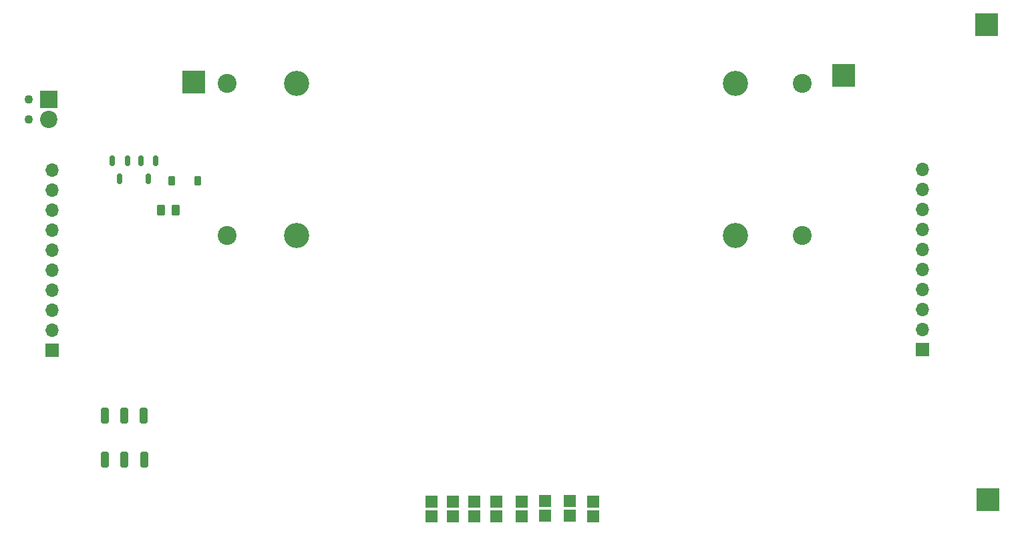
<source format=gbr>
%TF.GenerationSoftware,KiCad,Pcbnew,(7.0.0)*%
%TF.CreationDate,2023-03-03T13:32:30+01:00*%
%TF.ProjectId,Solar Cell offgrid Power,536f6c61-7220-4436-956c-6c206f666667,rev?*%
%TF.SameCoordinates,Original*%
%TF.FileFunction,Soldermask,Top*%
%TF.FilePolarity,Negative*%
%FSLAX46Y46*%
G04 Gerber Fmt 4.6, Leading zero omitted, Abs format (unit mm)*
G04 Created by KiCad (PCBNEW (7.0.0)) date 2023-03-03 13:32:30*
%MOMM*%
%LPD*%
G01*
G04 APERTURE LIST*
G04 Aperture macros list*
%AMRoundRect*
0 Rectangle with rounded corners*
0 $1 Rounding radius*
0 $2 $3 $4 $5 $6 $7 $8 $9 X,Y pos of 4 corners*
0 Add a 4 corners polygon primitive as box body*
4,1,4,$2,$3,$4,$5,$6,$7,$8,$9,$2,$3,0*
0 Add four circle primitives for the rounded corners*
1,1,$1+$1,$2,$3*
1,1,$1+$1,$4,$5*
1,1,$1+$1,$6,$7*
1,1,$1+$1,$8,$9*
0 Add four rect primitives between the rounded corners*
20,1,$1+$1,$2,$3,$4,$5,0*
20,1,$1+$1,$4,$5,$6,$7,0*
20,1,$1+$1,$6,$7,$8,$9,0*
20,1,$1+$1,$8,$9,$2,$3,0*%
G04 Aperture macros list end*
%ADD10RoundRect,0.250000X-0.262500X-0.450000X0.262500X-0.450000X0.262500X0.450000X-0.262500X0.450000X0*%
%ADD11RoundRect,0.150000X-0.150000X0.512500X-0.150000X-0.512500X0.150000X-0.512500X0.150000X0.512500X0*%
%ADD12R,3.000000X3.000000*%
%ADD13R,1.700000X1.700000*%
%ADD14O,1.700000X1.700000*%
%ADD15R,1.500000X1.500000*%
%ADD16RoundRect,0.250000X-0.250000X-0.750000X0.250000X-0.750000X0.250000X0.750000X-0.250000X0.750000X0*%
%ADD17C,3.200000*%
%ADD18C,2.400000*%
%ADD19RoundRect,0.225000X-0.225000X-0.375000X0.225000X-0.375000X0.225000X0.375000X-0.225000X0.375000X0*%
%ADD20C,1.100000*%
%ADD21R,2.200000X2.200000*%
%ADD22C,2.200000*%
G04 APERTURE END LIST*
D10*
%TO.C,R1*%
X127087500Y-93360000D03*
X128912500Y-93360000D03*
%TD*%
D11*
%TO.C,T2*%
X125450000Y-89367500D03*
X124500000Y-87092500D03*
X126400000Y-87092500D03*
%TD*%
%TO.C,T1*%
X122780000Y-87155000D03*
X120880000Y-87155000D03*
X121830000Y-89430000D03*
%TD*%
D12*
%TO.C,TPBAT_NEG1*%
X213589999Y-76289999D03*
%TD*%
D13*
%TO.C,J2*%
X113289999Y-111149999D03*
D14*
X113289999Y-108609999D03*
X113289999Y-106069999D03*
X113289999Y-103529999D03*
X113289999Y-100989999D03*
X113289999Y-98449999D03*
X113289999Y-95909999D03*
X113289999Y-93369999D03*
X113289999Y-90829999D03*
X113289999Y-88289999D03*
%TD*%
D15*
%TO.C,BK4*%
X161369999Y-132239999D03*
X161369999Y-130379999D03*
%TD*%
%TO.C,BK8*%
X172739999Y-132224999D03*
X172739999Y-130364999D03*
%TD*%
D16*
%TO.C,J4*%
X119900000Y-125080000D03*
X122390000Y-125070000D03*
X124910000Y-125080000D03*
X124830000Y-119450000D03*
X122410000Y-119430000D03*
X119900000Y-119440000D03*
%TD*%
D17*
%TO.C,BT2*%
X144250000Y-77270000D03*
X144250000Y-96570000D03*
X199870000Y-77270000D03*
X199870000Y-96570000D03*
D18*
X135460000Y-77270000D03*
X208360000Y-77270000D03*
X135460000Y-96570000D03*
X208360000Y-96570000D03*
%TD*%
D15*
%TO.C,BK7*%
X169589999Y-132219999D03*
X169589999Y-130359999D03*
%TD*%
D12*
%TO.C,BAT_POS2*%
X131169999Y-77089999D03*
%TD*%
D15*
%TO.C,BK6*%
X166749999Y-132249999D03*
X166749999Y-130389999D03*
%TD*%
D12*
%TO.C,TPSC_NEG1*%
X231839999Y-130129999D03*
%TD*%
D15*
%TO.C,BK3*%
X181869999Y-132234999D03*
X181869999Y-130374999D03*
%TD*%
%TO.C,BK2*%
X178829999Y-132174999D03*
X178829999Y-130314999D03*
%TD*%
D13*
%TO.C,J1*%
X223579999Y-111109999D03*
D14*
X223579999Y-108569999D03*
X223579999Y-106029999D03*
X223579999Y-103489999D03*
X223579999Y-100949999D03*
X223579999Y-98409999D03*
X223579999Y-95869999D03*
X223579999Y-93329999D03*
X223579999Y-90789999D03*
X223579999Y-88249999D03*
%TD*%
D19*
%TO.C,D1*%
X128450000Y-89670000D03*
X131750000Y-89670000D03*
%TD*%
D20*
%TO.C,J3*%
X110290000Y-79330000D03*
X110290000Y-81870000D03*
D21*
X112829999Y-79329999D03*
D22*
X112830000Y-81870000D03*
%TD*%
D12*
%TO.C,SC_POS1*%
X231709999Y-69829999D03*
%TD*%
D15*
%TO.C,BK1*%
X175719999Y-132194999D03*
X175719999Y-130334999D03*
%TD*%
%TO.C,BK5*%
X164069999Y-132239999D03*
X164069999Y-130379999D03*
%TD*%
M02*

</source>
